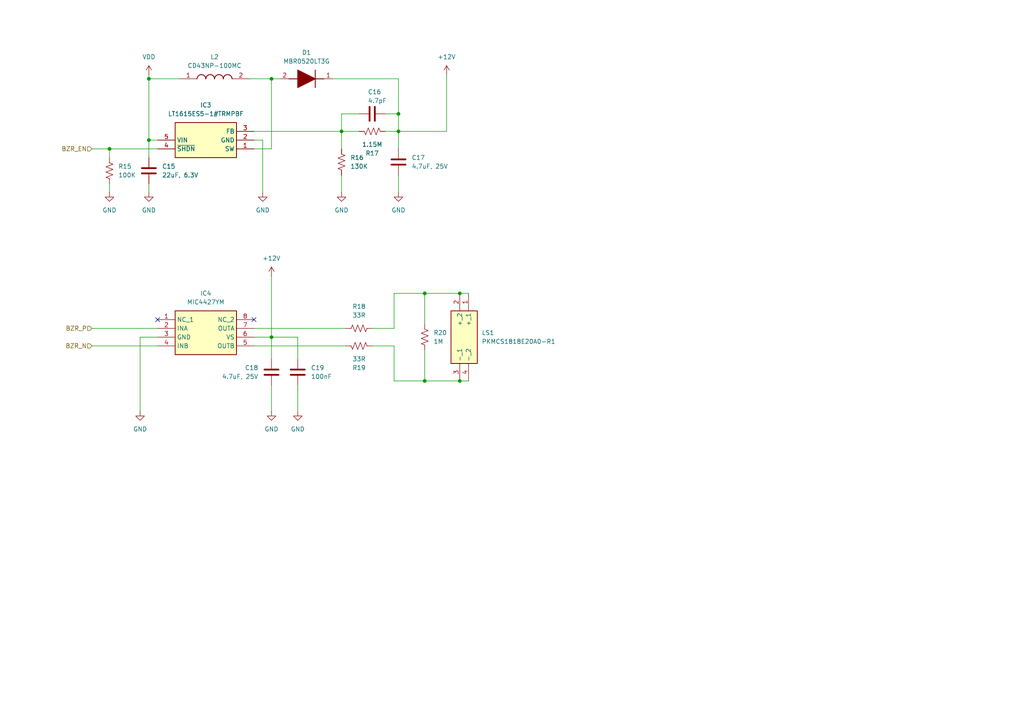
<source format=kicad_sch>
(kicad_sch (version 20250114) (generator "eeschema") (generator_version "9.0")
  (paper "A4")
  (title_block (title "Buzzer") (date "2025-10-02") (rev "REV0.0") (company "NPX4U"))
  (lib_symbols
    (symbol "CD43NP-100MC:CD43NP-100MC" (pin_names (hide yes))
      (property "Reference" "L" (at 16.51 6.35 0))
      (property "Value" "CD43NP-100MC" (at 16.51 3.81 0))
      (symbol "CD43NP-100MC_1_1"
        (arc (start 5.08 0) (mid 6.35 1.219) (end 7.62 0) (stroke (width 0.254)))
        (arc (start 7.62 0) (mid 8.89 1.219) (end 10.16 0) (stroke (width 0.254)))
        (arc (start 10.16 0) (mid 11.43 1.219) (end 12.7 0) (stroke (width 0.254)))
        (arc (start 12.7 0) (mid 13.97 1.219) (end 15.24 0) (stroke (width 0.254)))
        (pin passive line (at 0 0 0) (length 5.08) (name "1") (number "1"))
        (pin passive line (at 20.32 0 180) (length 5.08) (name "2") (number "2"))
      )
    )
    (symbol "Device:C" (pin_numbers (hide yes)) (pin_names (offset 0.254))
      (property "Reference" "C" (at 0.635 2.54 0))
      (property "Value" "C" (at 0.635 -2.54 0))
      (symbol "C_0_1"
        (polyline (pts (xy -2.032 0.762) (xy 2.032 0.762)) (stroke (width 0.508)))
        (polyline (pts (xy -2.032 -0.762) (xy 2.032 -0.762)) (stroke (width 0.508)))
      )
      (symbol "C_1_1"
        (pin passive line (at 0 3.81 270) (length 2.794) (name "~") (number "1"))
        (pin passive line (at 0 -3.81 90) (length 2.794) (name "~") (number "2"))
      )
    )
    (symbol "Device:R_US" (pin_numbers (hide yes)) (pin_names (offset 0))
      (property "Reference" "R" (at 2.54 0 90))
      (property "Value" "R_US" (at -2.54 0 90))
      (symbol "R_US_0_1"
        (polyline (pts (xy 0 2.286) (xy 0 2.54)))
        (polyline (pts (xy 0 2.286) (xy 1.016 1.905) (xy 0 1.524) (xy -1.016 1.143) (xy 0 0.762)))
        (polyline (pts (xy 0 0.762) (xy 1.016 0.381) (xy 0 0) (xy -1.016 -0.381) (xy 0 -0.762)))
        (polyline (pts (xy 0 -0.762) (xy 1.016 -1.143) (xy 0 -1.524) (xy -1.016 -1.905) (xy 0 -2.286)))
        (polyline (pts (xy 0 -2.286) (xy 0 -2.54)))
      )
      (symbol "R_US_1_1"
        (pin passive line (at 0 3.81 270) (length 1.27) (name "~") (number "1"))
        (pin passive line (at 0 -3.81 90) (length 1.27) (name "~") (number "2"))
      )
    )
    (symbol "LT1615ES5-1#TRMPBF:LT1615ES5-1#TRMPBF"
      (property "Reference" "IC" (at 24.13 7.62 0))
      (property "Value" "LT1615ES5-1#TRMPBF" (at 24.13 5.08 0))
      (symbol "LT1615ES5-1#TRMPBF_1_1"
        (rectangle (start 5.08 2.54) (end 22.86 -7.62) (stroke (width 0.254)) (fill (type background)))
        (pin passive line (at 0 0 0) (length 5.08) (name "SW") (number "1"))
        (pin passive line (at 0 -2.54 0) (length 5.08) (name "GND") (number "2"))
        (pin passive line (at 0 -5.08 0) (length 5.08) (name "FB") (number "3"))
        (pin passive line (at 27.94 0 180) (length 5.08) (name "~{SHDN}") (number "4"))
        (pin passive line (at 27.94 -2.54 180) (length 5.08) (name "VIN") (number "5"))
      )
    )
    (symbol "MBR0520LT3G:MBR0520LT3G" (pin_names (hide yes))
      (property "Reference" "D" (at 11.43 5.08 0))
      (property "Value" "MBR0520LT3G" (at 11.43 2.54 0))
      (symbol "MBR0520LT3G_1_1"
        (polyline (pts (xy 2.54 0) (xy 5.08 0)) (stroke (width 0.254)))
        (polyline (pts (xy 5.08 2.54) (xy 5.08 -2.54)) (stroke (width 0.254)))
        (polyline (pts (xy 5.08 0) (xy 10.16 2.54) (xy 10.16 -2.54) (xy 5.08 0)) (stroke (width 0.254)) (fill (type outline)))
        (polyline (pts (xy 10.16 0) (xy 12.7 0)) (stroke (width 0.254)))
        (pin passive line (at 0 0 0) (length 2.54) (name "K") (number "1"))
        (pin passive line (at 15.24 0 180) (length 2.54) (name "A") (number "2"))
      )
    )
    (symbol "MIC4427YM:MIC4427YM"
      (property "Reference" "IC" (at 24.13 7.62 0))
      (property "Value" "MIC4427YM" (at 24.13 5.08 0))
      (symbol "MIC4427YM_1_1"
        (rectangle (start 5.08 2.54) (end 22.86 -10.16) (stroke (width 0.254)) (fill (type background)))
        (pin passive line (at 0 0 0) (length 5.08) (name "NC_1") (number "1"))
        (pin passive line (at 0 -2.54 0) (length 5.08) (name "INA") (number "2"))
        (pin passive line (at 0 -5.08 0) (length 5.08) (name "GND") (number "3"))
        (pin passive line (at 0 -7.62 0) (length 5.08) (name "INB") (number "4"))
        (pin passive line (at 27.94 0 180) (length 5.08) (name "NC_2") (number "8"))
        (pin passive line (at 27.94 -2.54 180) (length 5.08) (name "OUTA") (number "7"))
        (pin passive line (at 27.94 -5.08 180) (length 5.08) (name "VS") (number "6"))
        (pin passive line (at 27.94 -7.62 180) (length 5.08) (name "OUTB") (number "5"))
      )
    )
    (symbol "PKMCS1818E20A0-R1:PKMCS1818E20A0-R1"
      (property "Reference" "LS" (at 21.59 7.62 0))
      (property "Value" "PKMCS1818E20A0-R1" (at 21.59 5.08 0))
      (symbol "PKMCS1818E20A0-R1_1_1"
        (rectangle (start 5.08 2.54) (end 20.32 -5.08) (stroke (width 0.254)) (fill (type background)))
        (pin passive line (at 0 0 0) (length 5.08) (name "+_1") (number "1"))
        (pin passive line (at 0 -2.54 0) (length 5.08) (name "+_2") (number "2"))
        (pin passive line (at 25.4 0 180) (length 5.08) (name "-_2") (number "4"))
        (pin passive line (at 25.4 -2.54 180) (length 5.08) (name "-_1") (number "3"))
      )
    )
    (symbol "power:+12V" (power) (pin_numbers (hide yes)) (pin_names (offset 0) (hide yes))
      (property "Value" "+12V" (at 0 3.556 0))
      (symbol "+12V_0_1"
        (polyline (pts (xy -0.762 1.27) (xy 0 2.54)))
        (polyline (pts (xy 0 2.54) (xy 0.762 1.27)))
        (polyline (pts (xy 0 0) (xy 0 2.54)))
      )
      (symbol "+12V_1_1"
        (pin power_in line (at 0 0 90) (length 0) (name "~") (number "1"))
      )
    )
    (symbol "power:GND" (power) (pin_numbers (hide yes)) (pin_names (offset 0) (hide yes))
      (property "Value" "GND" (at 0 -3.81 0))
      (symbol "GND_0_1"
        (polyline (pts (xy 0 0) (xy 0 -1.27) (xy 1.27 -1.27) (xy 0 -2.54) (xy -1.27 -1.27) (xy 0 -1.27)))
      )
      (symbol "GND_1_1"
        (pin power_in line (at 0 0 270) (length 0) (name "~") (number "1"))
      )
    )
    (symbol "power:VDD" (power) (pin_numbers (hide yes)) (pin_names (offset 0) (hide yes))
      (property "Value" "VDD" (at 0 3.556 0))
      (symbol "VDD_0_1"
        (polyline (pts (xy -0.762 1.27) (xy 0 2.54)))
        (polyline (pts (xy 0 2.54) (xy 0.762 1.27)))
        (polyline (pts (xy 0 0) (xy 0 2.54)))
      )
      (symbol "VDD_1_1"
        (pin power_in line (at 0 0 90) (length 0) (name "~") (number "1"))
      )
    )
  )
  (junction (at 78.74 22.86))
  (junction (at 31.75 43.18))
  (junction (at 115.57 38.1))
  (junction (at 123.19 85.09))
  (junction (at 43.18 40.64))
  (junction (at 99.06 38.1))
  (junction (at 123.19 110.49))
  (junction (at 133.35 85.09))
  (junction (at 133.35 110.49))
  (junction (at 43.18 22.86))
  (junction (at 115.57 33.02))
  (junction (at 78.74 97.79))
  (no_connect (at 45.72 92.71))
  (no_connect (at 73.66 92.71))
  (wire (pts (xy 86.36 104.14) (xy 86.36 97.79)))
  (wire (pts (xy 111.76 38.1) (xy 115.57 38.1)))
  (wire (pts (xy 123.19 110.49) (xy 133.35 110.49)))
  (wire (pts (xy 107.95 95.25) (xy 114.3 95.25)))
  (wire (pts (xy 73.66 100.33) (xy 100.33 100.33)))
  (wire (pts (xy 96.52 22.86) (xy 115.57 22.86)))
  (wire (pts (xy 31.75 43.18) (xy 31.75 45.72)))
  (wire (pts (xy 99.06 38.1) (xy 104.14 38.1)))
  (wire (pts (xy 26.67 95.25) (xy 45.72 95.25)))
  (wire (pts (xy 86.36 97.79) (xy 78.74 97.79)))
  (wire (pts (xy 73.66 43.18) (xy 78.74 43.18)))
  (wire (pts (xy 99.06 33.02) (xy 99.06 38.1)))
  (wire (pts (xy 107.95 100.33) (xy 114.3 100.33)))
  (wire (pts (xy 31.75 53.34) (xy 31.75 55.88)))
  (wire (pts (xy 40.64 97.79) (xy 45.72 97.79)))
  (wire (pts (xy 78.74 43.18) (xy 78.74 22.86)))
  (wire (pts (xy 40.64 119.38) (xy 40.64 97.79)))
  (wire (pts (xy 115.57 22.86) (xy 115.57 33.02)))
  (wire (pts (xy 43.18 40.64) (xy 43.18 45.72)))
  (wire (pts (xy 78.74 97.79) (xy 78.74 104.14)))
  (wire (pts (xy 31.75 43.18) (xy 45.72 43.18)))
  (wire (pts (xy 133.35 110.49) (xy 135.89 110.49)))
  (wire (pts (xy 73.66 95.25) (xy 100.33 95.25)))
  (wire (pts (xy 78.74 97.79) (xy 78.74 80.01)))
  (wire (pts (xy 99.06 50.8) (xy 99.06 55.88)))
  (wire (pts (xy 43.18 21.59) (xy 43.18 22.86)))
  (wire (pts (xy 73.66 38.1) (xy 99.06 38.1)))
  (wire (pts (xy 43.18 22.86) (xy 43.18 40.64)))
  (wire (pts (xy 73.66 40.64) (xy 76.2 40.64)))
  (wire (pts (xy 123.19 101.6) (xy 123.19 110.49)))
  (wire (pts (xy 104.14 33.02) (xy 99.06 33.02)))
  (wire (pts (xy 99.06 38.1) (xy 99.06 43.18)))
  (wire (pts (xy 114.3 85.09) (xy 123.19 85.09)))
  (wire (pts (xy 114.3 110.49) (xy 123.19 110.49)))
  (wire (pts (xy 26.67 100.33) (xy 45.72 100.33)))
  (wire (pts (xy 73.66 97.79) (xy 78.74 97.79)))
  (wire (pts (xy 43.18 53.34) (xy 43.18 55.88)))
  (wire (pts (xy 76.2 40.64) (xy 76.2 55.88)))
  (wire (pts (xy 43.18 22.86) (xy 52.07 22.86)))
  (wire (pts (xy 123.19 85.09) (xy 133.35 85.09)))
  (wire (pts (xy 115.57 50.8) (xy 115.57 55.88)))
  (wire (pts (xy 114.3 95.25) (xy 114.3 85.09)))
  (wire (pts (xy 123.19 93.98) (xy 123.19 85.09)))
  (wire (pts (xy 115.57 38.1) (xy 129.54 38.1)))
  (wire (pts (xy 133.35 85.09) (xy 135.89 85.09)))
  (wire (pts (xy 129.54 38.1) (xy 129.54 21.59)))
  (wire (pts (xy 115.57 38.1) (xy 115.57 43.18)))
  (wire (pts (xy 86.36 111.76) (xy 86.36 119.38)))
  (wire (pts (xy 78.74 111.76) (xy 78.74 119.38)))
  (wire (pts (xy 26.67 43.18) (xy 31.75 43.18)))
  (wire (pts (xy 43.18 40.64) (xy 45.72 40.64)))
  (wire (pts (xy 72.39 22.86) (xy 78.74 22.86)))
  (wire (pts (xy 111.76 33.02) (xy 115.57 33.02)))
  (wire (pts (xy 114.3 100.33) (xy 114.3 110.49)))
  (wire (pts (xy 115.57 33.02) (xy 115.57 38.1)))
  (wire (pts (xy 78.74 22.86) (xy 81.28 22.86)))
  (hierarchical_label "BZR_P" (shape input) (at 26.67 95.25 180))
  (hierarchical_label "BZR_EN" (shape input) (at 26.67 43.18 180))
  (hierarchical_label "BZR_N" (shape input) (at 26.67 100.33 180))
  (symbol (lib_id "power:GND") (at 31.75 55.88 0) (unit 1)
    (property "Reference" "#PWR025" (effects (hide yes)))
    (property "Value" "GND" (at 31.75 60.96 0))
    (property "Description" "Power symbol creates a global label with name \"GND\" , ground" (effects (hide yes)))
  )
  (symbol (lib_id "Device:C") (at 78.74 107.95 0) (mirror y) (unit 1)
    (property "Reference" "C18" (at 74.93 106.6799 0) (effects (justify left)))
    (property "Value" "4.7uF, 25V" (at 74.93 109.2199 0) (effects (justify left)))
    (property "Footprint" "Capacitor_SMD:C_0805_2012Metric" (effects (hide yes)))
    (property "Description" "Unpolarized capacitor" (effects (hide yes)))
    (property "Mouser Part Number" "963-MCAST21GBC7475KT" (effects (hide yes)))
    (property "Mouser Price/Stock" "https://pt.mouser.com/ProductDetail/TAIYO-YUDEN/MCAST21GBC7475KTCA01?qs=sGAEpiMZZMt7gvpyg0xT8jBHDtGZvLzXb941vLF5SVj2yozhZB9mcA%3D%3D" (effects (hide yes)))
    (property "Manufacturer_Name" "Taiyo Yuden" (effects (hide yes)))
    (property "Manufacturer_Part_Number" "MCAST21GBC7475KTCA01" (effects (hide yes)))
  )
  (symbol (lib_id "Device:C") (at 115.57 46.99 0) (unit 1)
    (property "Reference" "C17" (at 119.38 45.7199 0) (effects (justify left)))
    (property "Value" "4.7uF, 25V" (at 119.38 48.2599 0) (effects (justify left)))
    (property "Footprint" "Capacitor_SMD:C_0805_2012Metric" (effects (hide yes)))
    (property "Description" "Unpolarized capacitor" (effects (hide yes)))
    (property "Mouser Part Number" "963-MCAST21GBC7475KT" (effects (hide yes)))
    (property "Mouser Price/Stock" "https://pt.mouser.com/ProductDetail/TAIYO-YUDEN/MCAST21GBC7475KTCA01?qs=sGAEpiMZZMt7gvpyg0xT8jBHDtGZvLzXb941vLF5SVj2yozhZB9mcA%3D%3D" (effects (hide yes)))
    (property "Manufacturer_Name" "Taiyo Yuden" (effects (hide yes)))
    (property "Manufacturer_Part_Number" "MCAST21GBC7475KTCA01" (effects (hide yes)))
  )
  (symbol (lib_id "Device:C") (at 43.18 49.53 0) (unit 1)
    (property "Reference" "C15" (at 46.99 48.2599 0) (effects (justify left)))
    (property "Value" "22uF, 6.3V" (at 46.99 50.7999 0) (effects (justify left)))
    (property "Footprint" "Capacitor_SMD:C_1206_3216Metric" (effects (hide yes)))
    (property "Description" "Unpolarized capacitor" (effects (hide yes)))
    (property "Mouser Part Number" "81-GGM31CD70J226KE2L" (effects (hide yes)))
    (property "Mouser Price/Stock" "https://pt.mouser.com/ProductDetail/Murata-Electronics/GGM31CD70J226KE02L?qs=sGAEpiMZZMt7gvpyg0xT8jBHDtGZvLzXbIFnZ8CFMEeTkIVGCJ8NdQ%3D%3D" (effects (hide yes)))
    (property "Manufacturer_Name" "Murata" (effects (hide yes)))
    (property "Manufacturer_Part_Number" "GGM31CD70J226KE02L" (effects (hide yes)))
  )
  (symbol (lib_id "Device:R_US") (at 104.14 100.33 270) (mirror x) (unit 1)
    (property "Reference" "R19" (at 104.14 106.68 90))
    (property "Value" "33R" (at 104.14 104.14 90))
    (property "Footprint" "Resistor_SMD:R_0402_1005Metric" (effects (hide yes)))
    (property "Description" "Resistor, US symbol" (effects (hide yes)))
    (property "Mouser Part Number" "667-ERJ-S02J330X" (effects (hide yes)))
    (property "Mouser Price/Stock" "https://pt.mouser.com/ProductDetail/Panasonic/ERJ-S02J330X?qs=sGAEpiMZZMvdGkrng054t%252BB3dTvXmYJZ97y%2FhHbL7G0%3D" (effects (hide yes)))
    (property "Manufacturer_Name" "Panasonic" (effects (hide yes)))
    (property "Manufacturer_Part_Number" "ERJ-S02J330X" (effects (hide yes)))
  )
  (symbol (lib_id "Device:R_US") (at 104.14 95.25 270) (unit 1)
    (property "Reference" "R18" (at 104.14 88.9 90))
    (property "Value" "33R" (at 104.14 91.44 90))
    (property "Footprint" "Resistor_SMD:R_0402_1005Metric" (effects (hide yes)))
    (property "Description" "Resistor, US symbol" (effects (hide yes)))
    (property "Mouser Part Number" "667-ERJ-S02J330X" (effects (hide yes)))
    (property "Mouser Price/Stock" "https://pt.mouser.com/ProductDetail/Panasonic/ERJ-S02J330X?qs=sGAEpiMZZMvdGkrng054t%252BB3dTvXmYJZ97y%2FhHbL7G0%3D" (effects (hide yes)))
    (property "Manufacturer_Name" "Panasonic" (effects (hide yes)))
    (property "Manufacturer_Part_Number" "ERJ-S02J330X" (effects (hide yes)))
  )
  (symbol (lib_id "Device:R_US") (at 99.06 46.99 180) (unit 1)
    (property "Reference" "R16" (at 101.6 45.7199 0) (effects (justify right)))
    (property "Value" "130K" (at 101.6 48.2599 0) (effects (justify right)))
    (property "Footprint" "Resistor_SMD:R_0402_1005Metric" (effects (hide yes)))
    (property "Description" "Resistor, US symbol" (effects (hide yes)))
    (property "Mouser Part Number" "603-RC0402DR-07130KL" (effects (hide yes)))
    (property "Mouser Price/Stock" "https://pt.mouser.com/ProductDetail/YAGEO/RC0402DR-07130KL?qs=sGAEpiMZZMvdGkrng054t2bZ0yF35f3tzAahqkT9t8Y32vJwWK6EuA%3D%3D" (effects (hide yes)))
    (property "Manufacturer_Name" "Yageo" (effects (hide yes)))
    (property "Manufacturer_Part_Number" "RC0402DR-07130KL" (effects (hide yes)))
  )
  (symbol (lib_id "power:GND") (at 76.2 55.88 0) (unit 1)
    (property "Reference" "#PWR024" (effects (hide yes)))
    (property "Value" "GND" (at 76.2 60.96 0))
    (property "Description" "Power symbol creates a global label with name \"GND\" , ground" (effects (hide yes)))
  )
  (symbol (lib_id "Device:R_US") (at 107.95 38.1 90) (mirror x) (unit 1)
    (property "Reference" "R17" (at 107.95 44.45 90))
    (property "Value" "1.15M" (at 107.95 41.91 90))
    (property "Footprint" "Resistor_SMD:R_0402_1005Metric" (effects (hide yes)))
    (property "Description" "Resistor, US symbol" (effects (hide yes)))
    (property "Mouser Part Number" "603-RC0402FR-071M15L" (effects (hide yes)))
    (property "Mouser Price/Stock" "https://pt.mouser.com/ProductDetail/YAGEO/RC0402FR-071M15L?qs=sGAEpiMZZMvdGkrng054tx7%2F6%252BNA3LAJCTMduANnvMU%3D" (effects (hide yes)))
    (property "Manufacturer_Name" "Yageo" (effects (hide yes)))
    (property "Manufacturer_Part_Number" "RC0402FR-071M15L" (effects (hide yes)))
  )
  (symbol (lib_id "PKMCS1818E20A0-R1:PKMCS1818E20A0-R1") (at 135.89 85.09 270) (unit 1)
    (property "Reference" "LS1" (at 139.7 96.5199 90) (effects (justify left)))
    (property "Value" "PKMCS1818E20A0-R1" (at 139.7 99.0599 90) (effects (justify left)))
    (property "Footprint" "MyParts:PKMCS1818E20A0R1" (effects (hide yes)))
    (property "Datasheet" "https://www.murata.com/products/productdata/8801054261278/SPEC-PKMCS1818E20A0-R1.pdf?1622037701000" (effects (hide yes)))
    (property "Description" "Buzzers Transducer, Externally Driven Piezo 12 V 2kHz 100dB @ 12V, 10cm Surface Mount Solder Pads" (effects (hide yes)))
    (property "Height" "8" (effects (hide yes)))
    (property "Mouser Part Number" "81-PKMCS1818E20A0-R1" (effects (hide yes)))
    (property "Mouser Price/Stock" "https://www.mouser.co.uk/ProductDetail/Murata-Electronics/PKMCS1818E20A0-R1?qs=2m8Gdae5Lr0i0Y6WwcK3JA%3D%3D" (effects (hide yes)))
    (property "Manufacturer_Name" "Murata Electronics" (effects (hide yes)))
    (property "Manufacturer_Part_Number" "PKMCS1818E20A0-R1" (effects (hide yes)))
  )
  (symbol (lib_id "MBR0520LT3G:MBR0520LT3G") (at 96.52 22.86 180) (unit 1)
    (property "Reference" "D1" (at 88.9 15.24 0))
    (property "Value" "MBR0520LT3G" (at 88.9 17.78 0))
    (property "Footprint" "MyParts:SOD3716X135N" (effects (hide yes)))
    (property "Datasheet" "https://www.onsemi.com/pub/Collateral/MBR0520LT1-D.PDF" (effects (hide yes)))
    (property "Description" "Guardring for Stress Protection; Very Low Forward Voltage (0.38 V Max @ 0.5 A, 25 C); 125 C Operating Junction Temperature; Epoxy Meets UL94, VO at 1/8\"; Package Designed for Optimal Automated Board Assembly Mechanical Characteristics; Reel Options: MBR0520LT1 = 3,000 per 7\" reel/8 mm tape. MBR0520LT3 = 10,000 per 13\" reel/8 mm tape.; Device Marking: B2; Polarity Designator: Cathode Band; Weight: 11.7 mg (approximately); Case: Epoxy, Molded; Finish: All External Surfaces Corrosion Resistant and Terminal Lea" (effects (hide yes)))
    (property "Height" "1.35" (effects (hide yes)))
    (property "Mouser Part Number" "863-MBR0520LT3G" (effects (hide yes)))
    (property "Mouser Price/Stock" "https://www.mouser.co.uk/ProductDetail/onsemi/MBR0520LT3G?qs=3JMERSakebrHITezQJBmeQ%3D%3D" (effects (hide yes)))
    (property "Manufacturer_Name" "onsemi" (effects (hide yes)))
    (property "Manufacturer_Part_Number" "MBR0520LT3G" (effects (hide yes)))
  )
  (symbol (lib_id "LT1615ES5-1#TRMPBF:LT1615ES5-1#TRMPBF") (at 73.66 43.18 180) (unit 1)
    (property "Reference" "IC3" (at 59.69 30.48 0))
    (property "Value" "LT1615ES5-1#TRMPBF" (at 59.69 33.02 0))
    (property "Footprint" "MyParts:SOT95P280X100-5N" (effects (hide yes)))
    (property "Datasheet" "https://datasheet.datasheetarchive.com/originals/distributors/SFDatasheet-4/sf-00090950.pdf" (effects (hide yes)))
    (property "Description" "Linear Technology LT1615ES5-1#TRMPBF, Step Up DC-DC Converter, 300mA, 5-Pin SOT-23" (effects (hide yes)))
    (property "Height" "1" (effects (hide yes)))
    (property "Mouser Part Number" "584-1615ES5-1TRMPBF" (effects (hide yes)))
    (property "Mouser Price/Stock" "https://www.mouser.co.uk/ProductDetail/Analog-Devices/LT1615ES5-1TRMPBF?qs=ytflclh7QUUp0a%252Bd7RWj%2FQ%3D%3D" (effects (hide yes)))
    (property "Manufacturer_Name" "Analog Devices" (effects (hide yes)))
    (property "Manufacturer_Part_Number" "LT1615ES5-1#TRMPBF" (effects (hide yes)))
  )
  (symbol (lib_id "power:+12V") (at 129.54 21.59 0) (unit 1)
    (property "Reference" "#PWR030" (effects (hide yes)))
    (property "Value" "+12V" (at 129.54 16.51 0))
    (property "Description" "Power symbol creates a global label with name \"+12V\"" (effects (hide yes)))
  )
  (symbol (lib_id "power:GND") (at 78.74 119.38 0) (unit 1)
    (property "Reference" "#PWR033" (effects (hide yes)))
    (property "Value" "GND" (at 78.74 124.46 0))
    (property "Description" "Power symbol creates a global label with name \"GND\" , ground" (effects (hide yes)))
  )
  (symbol (lib_id "CD43NP-100MC:CD43NP-100MC") (at 52.07 22.86 0) (unit 1)
    (property "Reference" "L2" (at 62.23 16.51 0))
    (property "Value" "CD43NP-100MC" (at 62.23 19.05 0))
    (property "Footprint" "MyParts:CD43NP100MC" (effects (hide yes)))
    (property "Datasheet" "https://www.arrow.com/en/products/cd43np-100mc/sumida" (effects (hide yes)))
    (property "Description" "Fixed Inductors 10uH 1.04A 20% 2.52MHz SMD PWR IND" (effects (hide yes)))
    (property "Height" "3.5" (effects (hide yes)))
    (property "Mouser Part Number" "851-CD43NP-100MC" (effects (hide yes)))
    (property "Mouser Price/Stock" "https://www.mouser.co.uk/ProductDetail/Sumida/CD43NP-100MC?qs=ttApTud31Jaza%252BoSAZtv6w%3D%3D" (effects (hide yes)))
    (property "Manufacturer_Name" "Sumida" (effects (hide yes)))
    (property "Manufacturer_Part_Number" "CD43NP-100MC" (effects (hide yes)))
  )
  (symbol (lib_id "MIC4427YM:MIC4427YM") (at 45.72 92.71 0) (unit 1)
    (property "Reference" "IC4" (at 59.69 85.09 0))
    (property "Value" "MIC4427YM" (at 59.69 87.63 0))
    (property "Footprint" "MyParts:SOIC127P599X173-8N" (effects (hide yes)))
    (property "Datasheet" "https://ww1.microchip.com/downloads/en/DeviceDoc/MIC4426-7-8-Dual-1-5A-Peak-Low-Side-MOSFET-DRivers-DS20006202A.pdf" (effects (hide yes)))
    (property "Description" "Gate Drivers 1.5A Dual High Speed MOSFET Driver" (effects (hide yes)))
    (property "Height" "1.73" (effects (hide yes)))
    (property "Mouser Part Number" "998-MIC4427YM" (effects (hide yes)))
    (property "Mouser Price/Stock" "https://www.mouser.co.uk/ProductDetail/Microchip-Technology/MIC4427YM?qs=kh6iOki%2FeLEkjJUQ4zBy0A%3D%3D" (effects (hide yes)))
    (property "Manufacturer_Name" "Microchip" (effects (hide yes)))
    (property "Manufacturer_Part_Number" "MIC4427YM" (effects (hide yes)))
  )
  (symbol (lib_id "power:GND") (at 40.64 119.38 0) (unit 1)
    (property "Reference" "#PWR032" (effects (hide yes)))
    (property "Value" "GND" (at 40.64 124.46 0))
    (property "Description" "Power symbol creates a global label with name \"GND\" , ground" (effects (hide yes)))
  )
  (symbol (lib_id "power:GND") (at 99.06 55.88 0) (unit 1)
    (property "Reference" "#PWR029" (effects (hide yes)))
    (property "Value" "GND" (at 99.06 60.96 0))
    (property "Description" "Power symbol creates a global label with name \"GND\" , ground" (effects (hide yes)))
  )
  (symbol (lib_id "power:GND") (at 43.18 55.88 0) (unit 1)
    (property "Reference" "#PWR028" (effects (hide yes)))
    (property "Value" "GND" (at 43.18 60.96 0))
    (property "Description" "Power symbol creates a global label with name \"GND\" , ground" (effects (hide yes)))
  )
  (symbol (lib_id "Device:R_US") (at 31.75 49.53 180) (unit 1)
    (property "Reference" "R15" (at 34.29 48.2599 0) (effects (justify right)))
    (property "Value" "100K" (at 34.29 50.7999 0) (effects (justify right)))
    (property "Footprint" "Resistor_SMD:R_0402_1005Metric" (effects (hide yes)))
    (property "Description" "Resistor, US symbol" (effects (hide yes)))
    (property "Mouser Part Number" "603-RC0402JR-7D100KL" (effects (hide yes)))
    (property "Mouser Price/Stock" "https://pt.mouser.com/ProductDetail/YAGEO/RC0402JR-7D100KL?qs=sGAEpiMZZMvdGkrng054tz1y1XEHv7sNDqn1Y%252B6zGYVTl0poVAV1uA%3D%3D" (effects (hide yes)))
    (property "Manufacturer_Name" "Yageo" (effects (hide yes)))
    (property "Manufacturer_Part_Number" "RC0402JR-7D100KL" (effects (hide yes)))
  )
  (symbol (lib_id "power:GND") (at 115.57 55.88 0) (unit 1)
    (property "Reference" "#PWR027" (effects (hide yes)))
    (property "Value" "GND" (at 115.57 60.96 0))
    (property "Description" "Power symbol creates a global label with name \"GND\" , ground" (effects (hide yes)))
  )
  (symbol (lib_id "Device:C") (at 86.36 107.95 0) (unit 1)
    (property "Reference" "C19" (at 90.17 106.6799 0) (effects (justify left)))
    (property "Value" "100nF" (at 90.17 109.2199 0) (effects (justify left)))
    (property "Footprint" "Capacitor_SMD:C_0603_1608Metric" (effects (hide yes)))
    (property "Description" "Unpolarized capacitor" (effects (hide yes)))
    (property "Mouser Part Number" "81-GCJ188R72A104KA1D" (effects (hide yes)))
    (property "Mouser Price/Stock" "https://pt.mouser.com/ProductDetail/Murata-Electronics/GCJ188R72A104KA01D?qs=vAU15TnRQM%2FvAWQMlXkQEQ%3D%3D" (effects (hide yes)))
    (property "Manufacturer_Name" "Murata" (effects (hide yes)))
    (property "Manufacturer_Part_Number" "GCJ188R72A104KA1D" (effects (hide yes)))
  )
  (symbol (lib_id "Device:R_US") (at 123.19 97.79 180) (unit 1)
    (property "Reference" "R20" (at 125.73 96.5199 0) (effects (justify right)))
    (property "Value" "1M" (at 125.73 99.0599 0) (effects (justify right)))
    (property "Footprint" "Resistor_SMD:R_0402_1005Metric" (effects (hide yes)))
    (property "Description" "Resistor, US symbol" (effects (hide yes)))
    (property "Mouser Part Number" "603-RC0402JR-7D1ML" (effects (hide yes)))
    (property "Mouser Price/Stock" "https://pt.mouser.com/ProductDetail/YAGEO/RC0402JR-7D1ML?qs=sGAEpiMZZMvdGkrng054t%252BT3WHYFVvJgwwPSFtsadAuv8VwIG4USFA%3D%3D" (effects (hide yes)))
    (property "Manufacturer_Name" "Yageo" (effects (hide yes)))
    (property "Manufacturer_Part_Number" "RC0402JR-7D1ML" (effects (hide yes)))
  )
  (symbol (lib_id "Device:C") (at 107.95 33.02 270) (mirror x) (unit 1)
    (property "Reference" "C16" (at 106.68 26.67 90) (effects (justify left)))
    (property "Value" "4.7pF" (at 106.6801 29.21 90) (effects (justify left)))
    (property "Footprint" "Capacitor_SMD:C_0402_1005Metric" (effects (hide yes)))
    (property "Description" "Unpolarized capacitor" (effects (hide yes)))
    (property "Mouser Part Number" "81-GCM1555C2A4R7BE2D" (effects (hide yes)))
    (property "Mouser Price/Stock" "https://pt.mouser.com/ProductDetail/Murata-Electronics/GCM1555C2A4R7BE02D?qs=ZcfC38r4PosznFwfuEub%252Bw%3D%3D" (effects (hide yes)))
    (property "Manufacturer_Name" "Murata" (effects (hide yes)))
    (property "Manufacturer_Part_Number" "GCM1555C2A4R7BE02D" (effects (hide yes)))
  )
  (symbol (lib_id "power:+12V") (at 78.74 80.01 0) (unit 1)
    (property "Reference" "#PWR031" (effects (hide yes)))
    (property "Value" "+12V" (at 78.74 74.93 0))
    (property "Description" "Power symbol creates a global label with name \"+12V\"" (effects (hide yes)))
  )
  (symbol (lib_id "power:VDD") (at 43.18 21.59 0) (unit 1)
    (property "Reference" "#PWR026" (effects (hide yes)))
    (property "Value" "VDD" (at 43.18 16.51 0))
    (property "Description" "Power symbol creates a global label with name \"VDD\"" (effects (hide yes)))
  )
  (symbol (lib_id "power:GND") (at 86.36 119.38 0) (unit 1)
    (property "Reference" "#PWR034" (effects (hide yes)))
    (property "Value" "GND" (at 86.36 124.46 0))
    (property "Description" "Power symbol creates a global label with name \"GND\" , ground" (effects (hide yes)))
  )
)
</source>
